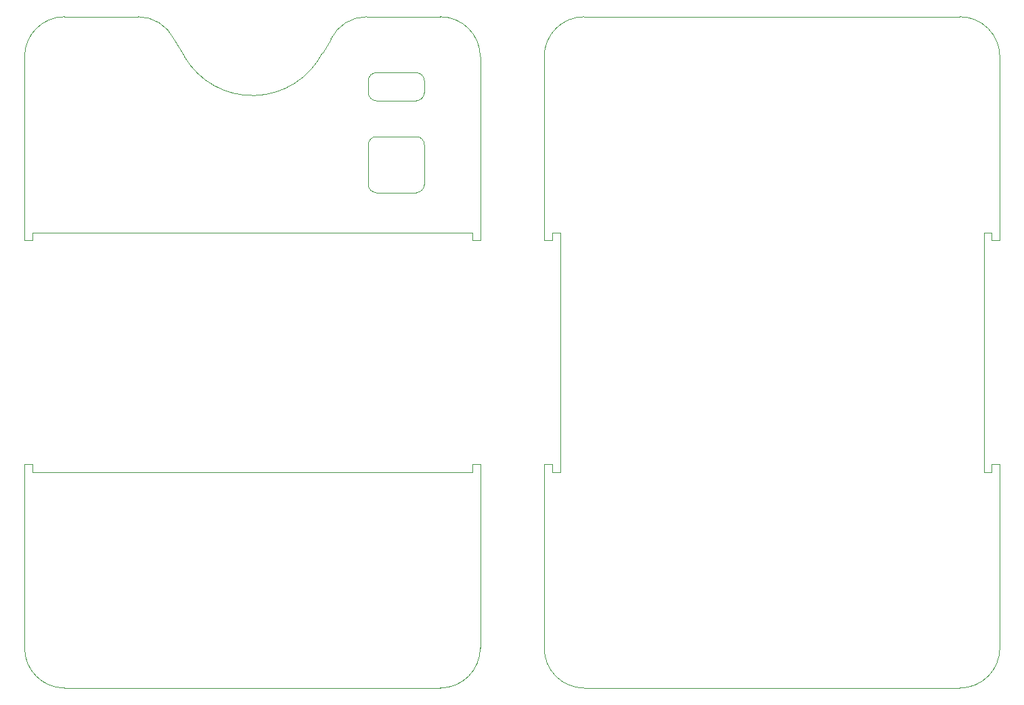
<source format=gbr>
%TF.GenerationSoftware,KiCad,Pcbnew,(6.0.0)*%
%TF.CreationDate,2022-08-13T20:29:40+02:00*%
%TF.ProjectId,PCBWallet,50434257-616c-46c6-9574-2e6b69636164,rev?*%
%TF.SameCoordinates,Original*%
%TF.FileFunction,Profile,NP*%
%FSLAX46Y46*%
G04 Gerber Fmt 4.6, Leading zero omitted, Abs format (unit mm)*
G04 Created by KiCad (PCBNEW (6.0.0)) date 2022-08-13 20:29:40*
%MOMM*%
%LPD*%
G01*
G04 APERTURE LIST*
%TA.AperFunction,Profile*%
%ADD10C,0.050000*%
%TD*%
G04 APERTURE END LIST*
D10*
X156000000Y-77000000D02*
X156000000Y-78000000D01*
X150000000Y-71000000D02*
X150000000Y-66000000D01*
X144000000Y-72000000D02*
X149000000Y-72000000D01*
X143000000Y-66000000D02*
X143000000Y-71000000D01*
X149000000Y-65000000D02*
X144000000Y-65000000D01*
X144000000Y-65000000D02*
G75*
G03*
X143000000Y-66000000I0J-1000000D01*
G01*
X143000000Y-71000000D02*
G75*
G03*
X144000000Y-72000000I1000000J0D01*
G01*
X150000000Y-66000000D02*
G75*
G03*
X149000000Y-65000000I-1000000J0D01*
G01*
X149000000Y-72000000D02*
G75*
G03*
X150000000Y-71000000I0J1000000D01*
G01*
X143000000Y-59500000D02*
X143000000Y-58000000D01*
X150000000Y-59500000D02*
X150000000Y-58000000D01*
X143000000Y-59500000D02*
G75*
G03*
X144000000Y-60500000I1000000J0D01*
G01*
X144000000Y-57000000D02*
G75*
G03*
X143000000Y-58000000I0J-1000000D01*
G01*
X150000000Y-58000000D02*
G75*
G03*
X149000000Y-57000000I-1000000J0D01*
G01*
X149000000Y-60500000D02*
G75*
G03*
X150000000Y-59500000I0J1000000D01*
G01*
X144000000Y-60500000D02*
X149000000Y-60500000D01*
X149000000Y-57000000D02*
X144000000Y-57000000D01*
X138309049Y-52804417D02*
X137274972Y-54499986D01*
X118693369Y-52806912D02*
X120000000Y-55000000D01*
X105000000Y-50000000D02*
X114197582Y-50002495D01*
X118693369Y-52806912D02*
G75*
G03*
X114200000Y-50000000I-4493369J-2193088D01*
G01*
X152000000Y-50000000D02*
X142802418Y-49997505D01*
X142802418Y-49997505D02*
G75*
G03*
X138309049Y-52804417I0J-5000000D01*
G01*
X120000000Y-55000000D02*
G75*
G03*
X137274972Y-54499986I8500000J5000000D01*
G01*
X222000000Y-55000000D02*
G75*
G03*
X217000000Y-50000000I-5000000J0D01*
G01*
X217000000Y-134000000D02*
G75*
G03*
X222000000Y-129000000I0J5000000D01*
G01*
X170000000Y-50000000D02*
G75*
G03*
X165000000Y-55000000I0J-5000000D01*
G01*
X165000000Y-129000000D02*
G75*
G03*
X170000000Y-134000000I5000000J0D01*
G01*
X221000000Y-107000000D02*
X220000000Y-107000000D01*
X167000000Y-77000000D02*
X167000000Y-107000000D01*
X221000000Y-107000000D02*
X221000000Y-106000000D01*
X221000000Y-106000000D02*
X222000000Y-106000000D01*
X165000000Y-106000000D02*
X165000000Y-129000000D01*
X166000000Y-106000000D02*
X165000000Y-106000000D01*
X166000000Y-77000000D02*
X167000000Y-77000000D01*
X166000000Y-107000000D02*
X166000000Y-106000000D01*
X166000000Y-77000000D02*
X166000000Y-78000000D01*
X221000000Y-77000000D02*
X221000000Y-78000000D01*
X222000000Y-129000000D02*
X222000000Y-106000000D01*
X220000000Y-77000000D02*
X221000000Y-77000000D01*
X166000000Y-78000000D02*
X165000000Y-78000000D01*
X167000000Y-107000000D02*
X166000000Y-107000000D01*
X220000000Y-107000000D02*
X220000000Y-77000000D01*
X222000000Y-78000000D02*
X222000000Y-55000000D01*
X221000000Y-78000000D02*
X222000000Y-78000000D01*
X170000000Y-134000000D02*
X217000000Y-134000000D01*
X170000000Y-50000000D02*
X217000000Y-50000000D01*
X165000000Y-55000000D02*
X165000000Y-78000000D01*
X102000000Y-77000000D02*
X155000000Y-77000000D01*
X157000000Y-78000000D02*
X157000000Y-55000000D01*
X156000000Y-78000000D02*
X157000000Y-78000000D01*
X156000000Y-107000000D02*
X155000000Y-107000000D01*
X156000000Y-107000000D02*
X156000000Y-106000000D01*
X156000000Y-106000000D02*
X157000000Y-106000000D01*
X155000000Y-77000000D02*
X156000000Y-77000000D01*
X157000000Y-129000000D02*
X157000000Y-106000000D01*
X100000000Y-106000000D02*
X100000000Y-129000000D01*
X101000000Y-106000000D02*
X100000000Y-106000000D01*
X101000000Y-107000000D02*
X101000000Y-106000000D01*
X101000000Y-78000000D02*
X100000000Y-78000000D01*
X101000000Y-77000000D02*
X101000000Y-78000000D01*
X102000000Y-107000000D02*
X101000000Y-107000000D01*
X155000000Y-107000000D02*
X102000000Y-107000000D01*
X101000000Y-77000000D02*
X102000000Y-77000000D01*
X157000000Y-55000000D02*
G75*
G03*
X152000000Y-50000000I-5000000J0D01*
G01*
X152000000Y-134000000D02*
G75*
G03*
X157000000Y-129000000I0J5000000D01*
G01*
X100000000Y-129000000D02*
G75*
G03*
X105000000Y-134000000I5000000J0D01*
G01*
X105000000Y-50000000D02*
G75*
G03*
X100000000Y-55000000I0J-5000000D01*
G01*
X105000000Y-134000000D02*
X152000000Y-134000000D01*
X100000000Y-55000000D02*
X100000000Y-78000000D01*
M02*

</source>
